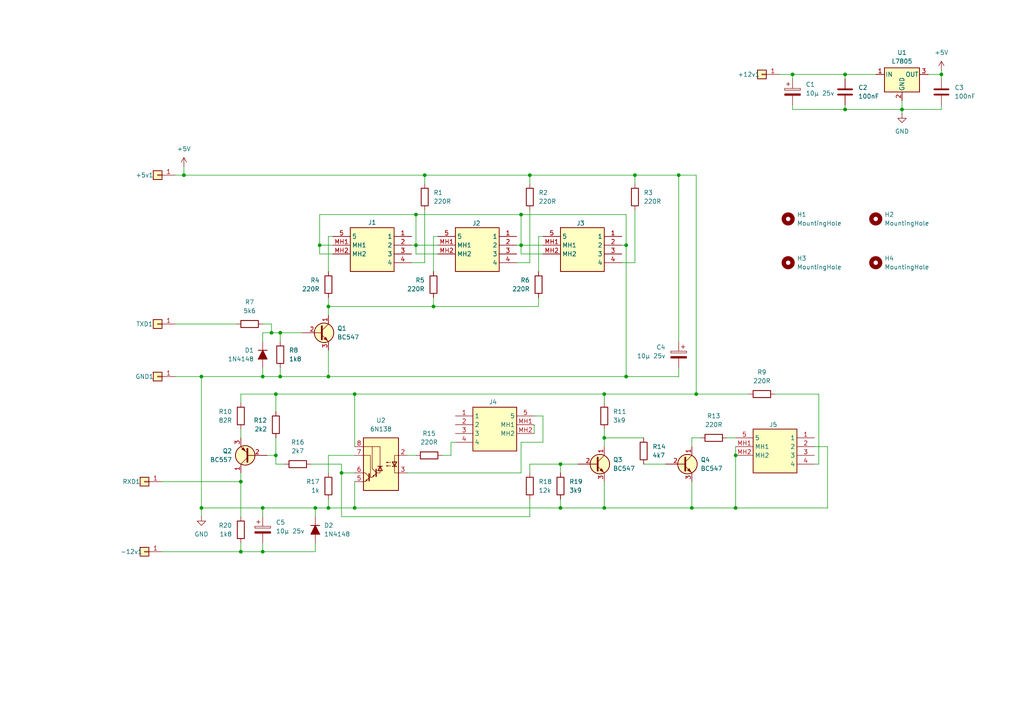
<source format=kicad_sch>
(kicad_sch (version 20250114) (generator "eeschema") (generator_version "9.0")
  (paper "A4")
  (lib_symbols
    (symbol "Connector_Generic:Conn_01x01" (pin_names (offset 1.016) (hide yes))
      (property "Reference" "J" (at 0 2.54 0))
      (property "Value" "Conn_01x01" (at 0 -2.54 0))
      (symbol "Conn_01x01_1_1"
        (rectangle (start -1.27 1.27) (end 1.27 -1.27) (stroke (width 0.254)) (fill (type background)))
        (rectangle (start -1.27 0.127) (end 0 -0.127) (stroke (width 0.1524)))
        (pin passive line (at -5.08 0 0) (length 3.81) (name "Pin_1") (number "1"))
      )
    )
    (symbol "Device:C" (pin_numbers (hide yes)) (pin_names (offset 0.254))
      (property "Reference" "C" (at 0.635 2.54 0))
      (property "Value" "C" (at 0.635 -2.54 0))
      (symbol "C_0_1"
        (polyline (pts (xy -2.032 0.762) (xy 2.032 0.762)) (stroke (width 0.508)))
        (polyline (pts (xy -2.032 -0.762) (xy 2.032 -0.762)) (stroke (width 0.508)))
      )
      (symbol "C_1_1"
        (pin passive line (at 0 3.81 270) (length 2.794) (name "~") (number "1"))
        (pin passive line (at 0 -3.81 90) (length 2.794) (name "~") (number "2"))
      )
    )
    (symbol "Device:C_Polarized" (pin_numbers (hide yes)) (pin_names (offset 0.254))
      (property "Reference" "C" (at 0.635 2.54 0))
      (property "Value" "C_Polarized" (at 0.635 -2.54 0))
      (symbol "C_Polarized_0_1"
        (rectangle (start -2.286 0.508) (end 2.286 1.016))
        (polyline (pts (xy -1.778 2.286) (xy -0.762 2.286)))
        (polyline (pts (xy -1.27 2.794) (xy -1.27 1.778)))
        (rectangle (start 2.286 -0.508) (end -2.286 -1.016) (fill (type outline)))
      )
      (symbol "C_Polarized_1_1"
        (pin passive line (at 0 3.81 270) (length 2.794) (name "~") (number "1"))
        (pin passive line (at 0 -3.81 90) (length 2.794) (name "~") (number "2"))
      )
    )
    (symbol "Device:R" (pin_numbers (hide yes)) (pin_names (offset 0))
      (property "Reference" "R" (at 2.032 0 90))
      (property "Value" "R" (at 0 0 90))
      (symbol "R_0_1"
        (rectangle (start -1.016 -2.54) (end 1.016 2.54) (stroke (width 0.254)))
      )
      (symbol "R_1_1"
        (pin passive line (at 0 3.81 270) (length 1.27) (name "~") (number "1"))
        (pin passive line (at 0 -3.81 90) (length 1.27) (name "~") (number "2"))
      )
    )
    (symbol "Isolator:6N138" (pin_names (offset 1.016) (hide yes))
      (property "Reference" "U" (at -4.064 8.89 0))
      (property "Value" "6N138" (at 2.286 8.89 0))
      (symbol "6N138_0_1"
        (rectangle (start -5.08 7.62) (end 5.08 -7.62) (stroke (width 0.254)) (fill (type background)))
        (polyline (pts (xy -5.08 -2.54) (xy -3.937 -2.54) (xy -3.937 2.54) (xy -5.08 2.54)))
        (polyline (pts (xy -4.572 -0.635) (xy -3.302 -0.635)) (stroke (width 0.254)))
        (polyline (pts (xy -3.937 -0.635) (xy -4.572 0.635) (xy -3.302 0.635) (xy -3.937 -0.635)) (stroke (width 0.254)))
        (polyline (pts (xy -2.794 0.508) (xy -1.524 0.508) (xy -1.905 0.381) (xy -1.905 0.635) (xy -1.524 0.508)))
        (polyline (pts (xy -2.794 -0.508) (xy -1.524 -0.508) (xy -1.905 -0.635) (xy -1.905 -0.381) (xy -1.524 -0.508)))
        (polyline (pts (xy 0.254 -0.635) (xy 0.889 -1.905) (xy -0.381 -1.905) (xy 0.254 -0.635)) (stroke (width 0.254)))
        (polyline (pts (xy 0.889 -0.635) (xy -0.381 -0.635)) (stroke (width 0.254)))
        (polyline (pts (xy 1.27 -2.54) (xy 0.254 -2.54) (xy 0.254 5.08) (xy 2.54 5.08)))
        (polyline (pts (xy 1.397 -1.524) (xy 1.397 -3.556) (xy 1.397 -3.556)) (stroke (width 0.3556)))
        (polyline (pts (xy 1.397 -2.413) (xy 2.54 -1.27)))
        (polyline (pts (xy 1.397 -2.667) (xy 2.54 -3.81)))
        (polyline (pts (xy 2.413 -3.683) (xy 2.159 -3.175) (xy 1.905 -3.429) (xy 2.413 -3.683)))
        (polyline (pts (xy 2.54 -1.27) (xy 2.54 5.08) (xy 5.08 5.08)))
        (polyline (pts (xy 2.54 -3.81) (xy 3.175 -3.81)))
        (polyline (pts (xy 3.429 -2.794) (xy 3.429 -4.826) (xy 3.429 -4.826)) (stroke (width 0.3556)))
        (polyline (pts (xy 3.429 -3.683) (xy 4.572 -2.54)))
        (polyline (pts (xy 3.429 -3.937) (xy 4.572 -5.08)))
        (polyline (pts (xy 4.445 -4.953) (xy 4.191 -4.445) (xy 3.937 -4.699) (xy 4.445 -4.953)))
        (polyline (pts (xy 4.572 -2.54) (xy 5.08 -2.54)))
        (polyline (pts (xy 4.572 -5.08) (xy 5.08 -5.08)))
        (polyline (pts (xy 5.08 2.54) (xy 3.048 2.54) (xy 3.048 -3.81)))
      )
      (symbol "6N138_1_1"
        (pin passive line (at -7.62 2.54 0) (length 2.54) (name "C1") (number "2"))
        (pin passive line (at -7.62 -2.54 0) (length 2.54) (name "C2") (number "3"))
        (pin no_connect line (at -5.08 5.08 0) (length 2.54) (hide yes) (name "NC") (number "1"))
        (pin no_connect line (at -5.08 -5.08 0) (length 2.54) (hide yes) (name "NC") (number "4"))
        (pin passive line (at 7.62 5.08 180) (length 2.54) (name "VCC") (number "8"))
        (pin passive line (at 7.62 2.54 180) (length 2.54) (name "VO1") (number "7"))
        (pin passive line (at 7.62 -2.54 180) (length 2.54) (name "VO2") (number "6"))
        (pin passive line (at 7.62 -5.08 180) (length 2.54) (name "GND") (number "5"))
      )
    )
    (symbol "KCDX-5S-N:KCDX-5S-N"
      (property "Reference" "J" (at 19.05 7.62 0))
      (property "Value" "KCDX-5S-N" (at 19.05 5.08 0))
      (symbol "KCDX-5S-N_1_1"
        (rectangle (start 5.08 2.54) (end 17.78 -10.16) (stroke (width 0.254)) (fill (type background)))
        (pin passive line (at 0 0 0) (length 5.08) (name "1") (number "1"))
        (pin passive line (at 0 -2.54 0) (length 5.08) (name "2") (number "2"))
        (pin passive line (at 0 -5.08 0) (length 5.08) (name "3") (number "3"))
        (pin passive line (at 0 -7.62 0) (length 5.08) (name "4") (number "4"))
        (pin passive line (at 22.86 0 180) (length 5.08) (name "5") (number "5"))
        (pin passive line (at 22.86 -2.54 180) (length 5.08) (name "MH1") (number "MH1"))
        (pin passive line (at 22.86 -5.08 180) (length 5.08) (name "MH2") (number "MH2"))
      )
    )
    (symbol "Mechanical:MountingHole" (pin_names (offset 1.016)) (in_bom no)
      (property "Reference" "H" (at 0 5.08 0))
      (property "Value" "MountingHole" (at 0 3.175 0))
      (symbol "MountingHole_0_1"
        (circle (center 0 0) (radius 1.27) (stroke (width 1.27)))
      )
    )
    (symbol "PCM_Diode_AKL:1N4148" (pin_numbers (hide yes)) (pin_names (offset 1.016) (hide yes))
      (property "Reference" "D" (at 0 5.08 0))
      (property "Value" "1N4148" (at 0 2.54 0))
      (symbol "1N4148_0_1"
        (polyline (pts (xy -1.27 1.27) (xy -1.27 -1.27) (xy 1.27 0) (xy -1.27 1.27)) (stroke (width 0.254)) (fill (type outline)))
        (polyline (pts (xy -1.27 0) (xy 1.27 0)))
        (polyline (pts (xy 1.27 1.27) (xy 1.27 -1.27)) (stroke (width 0.254)))
      )
      (symbol "1N4148_0_2"
        (polyline (pts (xy -2.54 -2.54) (xy 2.54 2.54)))
        (polyline (pts (xy -0.889 -0.889) (xy -1.778 0) (xy 0.889 0.889) (xy 0 -1.778) (xy -0.889 -0.889)) (stroke (width 0.254)) (fill (type outline)))
        (polyline (pts (xy 0 1.778) (xy 1.778 0)) (stroke (width 0.254)))
      )
      (symbol "1N4148_1_1"
        (pin passive line (at -3.81 0 0) (length 2.54) (name "A") (number "2"))
        (pin passive line (at 3.81 0 180) (length 2.54) (name "K") (number "1"))
      )
      (symbol "1N4148_1_2"
        (pin passive line (at -2.54 -2.54 0) (length 0) (name "A") (number "2"))
        (pin passive line (at 2.54 2.54 180) (length 0) (name "K") (number "1"))
      )
    )
    (symbol "PCM_Transistor_BJT_AKL:BC547" (pin_names (hide yes))
      (property "Reference" "Q" (at 5.08 1.27 0))
      (property "Value" "BC547" (at 5.08 -1.27 0))
      (symbol "BC547_0_1"
        (polyline (pts (xy 0.635 1.905) (xy 0.635 -1.905) (xy 0.635 -1.905)) (stroke (width 0.508)))
        (polyline (pts (xy 0.635 0.635) (xy 2.54 2.54)))
        (polyline (pts (xy 0.635 -0.635) (xy 2.54 -2.54) (xy 2.54 -2.54)))
        (circle (center 1.27 0) (radius 2.8194) (stroke (width 0.254)) (fill (type background)))
        (polyline (pts (xy 1.27 -1.778) (xy 1.778 -1.27) (xy 2.286 -2.286) (xy 1.27 -1.778) (xy 1.27 -1.778)) (fill (type outline)))
      )
      (symbol "BC547_1_1"
        (pin input line (at -5.08 0 0) (length 5.715) (name "B") (number "2"))
        (pin passive line (at 2.54 5.08 270) (length 2.54) (name "C") (number "1"))
        (pin passive line (at 2.54 -5.08 90) (length 2.54) (name "E") (number "3"))
      )
    )
    (symbol "PCM_Transistor_BJT_AKL:BC557" (pin_names (hide yes))
      (property "Reference" "Q" (at 5.08 1.27 0))
      (property "Value" "BC557" (at 5.08 -1.27 0))
      (symbol "BC557_0_1"
        (polyline (pts (xy 0.635 0.635) (xy 2.54 2.54) (xy 2.54 2.54)))
        (polyline (pts (xy 0.635 -0.635) (xy 2.54 -2.54)))
        (polyline (pts (xy 0.635 -1.905) (xy 0.635 1.905) (xy 0.635 1.905)) (stroke (width 0.508)))
        (circle (center 1.27 0) (radius 2.8194) (stroke (width 0.254)) (fill (type background)))
        (polyline (pts (xy 2.286 1.778) (xy 1.778 2.286) (xy 1.27 1.27) (xy 2.286 1.778) (xy 2.286 1.778)) (fill (type outline)))
      )
      (symbol "BC557_1_1"
        (pin input line (at -5.08 0 0) (length 5.715) (name "B") (number "2"))
        (pin passive line (at 2.54 5.08 270) (length 2.54) (name "E") (number "3"))
        (pin passive line (at 2.54 -5.08 90) (length 2.54) (name "C") (number "1"))
      )
    )
    (symbol "Regulator_Linear:L7805" (pin_names (offset 0.254))
      (property "Reference" "U" (at -3.81 3.175 0))
      (property "Value" "L7805" (at 0 3.175 0))
      (symbol "L7805_0_1"
        (rectangle (start -5.08 1.905) (end 5.08 -5.08) (stroke (width 0.254)) (fill (type background)))
      )
      (symbol "L7805_1_1"
        (pin power_in line (at -7.62 0 0) (length 2.54) (name "IN") (number "1"))
        (pin power_in line (at 0 -7.62 90) (length 2.54) (name "GND") (number "2"))
        (pin power_out line (at 7.62 0 180) (length 2.54) (name "OUT") (number "3"))
      )
    )
    (symbol "power:+5V" (power) (pin_numbers (hide yes)) (pin_names (offset 0) (hide yes))
      (property "Value" "+5V" (at 0 3.556 0))
      (symbol "+5V_0_1"
        (polyline (pts (xy -0.762 1.27) (xy 0 2.54)))
        (polyline (pts (xy 0 2.54) (xy 0.762 1.27)))
        (polyline (pts (xy 0 0) (xy 0 2.54)))
      )
      (symbol "+5V_1_1"
        (pin power_in line (at 0 0 90) (length 0) (name "~") (number "1"))
      )
    )
    (symbol "power:GND" (power) (pin_numbers (hide yes)) (pin_names (offset 0) (hide yes))
      (property "Value" "GND" (at 0 -3.81 0))
      (symbol "GND_0_1"
        (polyline (pts (xy 0 0) (xy 0 -1.27) (xy 1.27 -1.27) (xy 0 -2.54) (xy -1.27 -1.27) (xy 0 -1.27)))
      )
      (symbol "GND_1_1"
        (pin power_in line (at 0 0 270) (length 0) (name "~") (number "1"))
      )
    )
  )
  (junction (at 91.44 147.32))
  (junction (at 181.61 109.22))
  (junction (at 153.67 50.8))
  (junction (at 125.73 88.9))
  (junction (at 120.65 62.23))
  (junction (at 120.65 71.12))
  (junction (at 175.26 114.3))
  (junction (at 184.15 50.8))
  (junction (at 99.06 137.16))
  (junction (at 58.42 109.22))
  (junction (at 81.28 96.52))
  (junction (at 81.28 109.22))
  (junction (at 151.13 71.12))
  (junction (at 213.36 132.08))
  (junction (at 261.62 31.75))
  (junction (at 213.36 147.32))
  (junction (at 196.85 50.8))
  (junction (at 95.25 109.22))
  (junction (at 175.26 127))
  (junction (at 80.01 114.3))
  (junction (at 95.25 147.32))
  (junction (at 200.66 147.32))
  (junction (at 95.25 88.9))
  (junction (at 92.71 71.12))
  (junction (at 102.87 147.32))
  (junction (at 69.85 160.02))
  (junction (at 53.34 50.8))
  (junction (at 78.74 96.52))
  (junction (at 273.05 21.59))
  (junction (at 175.26 147.32))
  (junction (at 245.11 31.75))
  (junction (at 229.87 21.59))
  (junction (at 151.13 62.23))
  (junction (at 58.42 147.32))
  (junction (at 162.56 134.62))
  (junction (at 76.2 109.22))
  (junction (at 201.93 114.3))
  (junction (at 181.61 71.12))
  (junction (at 76.2 147.32))
  (junction (at 76.2 160.02))
  (junction (at 162.56 147.32))
  (junction (at 123.19 50.8))
  (junction (at 80.01 132.08))
  (junction (at 69.85 139.7))
  (junction (at 102.87 114.3))
  (junction (at 245.11 21.59))
  (wire (pts (xy 151.13 137.16) (xy 151.13 128.27)))
  (wire (pts (xy 184.15 53.34) (xy 184.15 50.8)))
  (wire (pts (xy 213.36 129.54) (xy 213.36 132.08)))
  (wire (pts (xy 240.03 129.54) (xy 240.03 147.32)))
  (wire (pts (xy 184.15 60.96) (xy 184.15 76.2)))
  (wire (pts (xy 229.87 30.48) (xy 229.87 31.75)))
  (wire (pts (xy 102.87 147.32) (xy 95.25 147.32)))
  (wire (pts (xy 196.85 50.8) (xy 196.85 99.06)))
  (wire (pts (xy 81.28 109.22) (xy 76.2 109.22)))
  (wire (pts (xy 123.19 50.8) (xy 153.67 50.8)))
  (wire (pts (xy 245.11 30.48) (xy 245.11 31.75)))
  (wire (pts (xy 81.28 96.52) (xy 78.74 96.52)))
  (wire (pts (xy 91.44 160.02) (xy 76.2 160.02)))
  (wire (pts (xy 95.25 144.78) (xy 95.25 147.32)))
  (wire (pts (xy 120.65 71.12) (xy 127 71.12)))
  (wire (pts (xy 102.87 114.3) (xy 175.26 114.3)))
  (wire (pts (xy 156.21 68.58) (xy 157.48 68.58)))
  (wire (pts (xy 273.05 30.48) (xy 273.05 31.75)))
  (wire (pts (xy 92.71 73.66) (xy 92.71 71.12)))
  (wire (pts (xy 95.25 109.22) (xy 181.61 109.22)))
  (wire (pts (xy 80.01 114.3) (xy 80.01 119.38)))
  (wire (pts (xy 200.66 127) (xy 203.2 127)))
  (wire (pts (xy 127 73.66) (xy 120.65 73.66)))
  (wire (pts (xy 236.22 129.54) (xy 240.03 129.54)))
  (wire (pts (xy 236.22 134.62) (xy 237.49 134.62)))
  (wire (pts (xy 125.73 86.36) (xy 125.73 88.9)))
  (wire (pts (xy 76.2 96.52) (xy 76.2 99.06)))
  (wire (pts (xy 181.61 62.23) (xy 181.61 71.12)))
  (wire (pts (xy 261.62 31.75) (xy 273.05 31.75)))
  (wire (pts (xy 213.36 147.32) (xy 240.03 147.32)))
  (wire (pts (xy 128.27 132.08) (xy 130.81 132.08)))
  (wire (pts (xy 80.01 132.08) (xy 80.01 134.62)))
  (wire (pts (xy 157.48 128.27) (xy 157.48 120.65)))
  (wire (pts (xy 180.34 76.2) (xy 184.15 76.2)))
  (wire (pts (xy 201.93 114.3) (xy 217.17 114.3)))
  (wire (pts (xy 46.99 139.7) (xy 69.85 139.7)))
  (wire (pts (xy 92.71 71.12) (xy 92.71 62.23)))
  (wire (pts (xy 237.49 134.62) (xy 237.49 114.3)))
  (wire (pts (xy 175.26 127) (xy 175.26 129.54)))
  (wire (pts (xy 91.44 147.32) (xy 91.44 149.86)))
  (wire (pts (xy 81.28 96.52) (xy 81.28 99.06)))
  (wire (pts (xy 156.21 78.74) (xy 156.21 68.58)))
  (wire (pts (xy 102.87 139.7) (xy 102.87 147.32)))
  (wire (pts (xy 184.15 50.8) (xy 196.85 50.8)))
  (wire (pts (xy 76.2 109.22) (xy 76.2 106.68)))
  (wire (pts (xy 149.86 76.2) (xy 153.67 76.2)))
  (wire (pts (xy 162.56 134.62) (xy 162.56 137.16)))
  (wire (pts (xy 153.67 50.8) (xy 184.15 50.8)))
  (wire (pts (xy 92.71 62.23) (xy 120.65 62.23)))
  (wire (pts (xy 153.67 137.16) (xy 153.67 134.62)))
  (wire (pts (xy 181.61 109.22) (xy 196.85 109.22)))
  (wire (pts (xy 99.06 134.62) (xy 99.06 137.16)))
  (wire (pts (xy 269.24 21.59) (xy 273.05 21.59)))
  (wire (pts (xy 120.65 71.12) (xy 120.65 73.66)))
  (wire (pts (xy 224.79 114.3) (xy 237.49 114.3)))
  (wire (pts (xy 175.26 147.32) (xy 162.56 147.32)))
  (wire (pts (xy 95.25 101.6) (xy 95.25 109.22)))
  (wire (pts (xy 120.65 62.23) (xy 151.13 62.23)))
  (wire (pts (xy 154.94 120.65) (xy 157.48 120.65)))
  (wire (pts (xy 119.38 76.2) (xy 123.19 76.2)))
  (wire (pts (xy 92.71 71.12) (xy 96.52 71.12)))
  (wire (pts (xy 261.62 31.75) (xy 261.62 33.02)))
  (wire (pts (xy 125.73 88.9) (xy 156.21 88.9)))
  (wire (pts (xy 157.48 73.66) (xy 151.13 73.66)))
  (wire (pts (xy 78.74 96.52) (xy 76.2 96.52)))
  (wire (pts (xy 162.56 144.78) (xy 162.56 147.32)))
  (wire (pts (xy 196.85 106.68) (xy 196.85 109.22)))
  (wire (pts (xy 58.42 147.32) (xy 58.42 149.86)))
  (wire (pts (xy 201.93 50.8) (xy 201.93 114.3)))
  (wire (pts (xy 69.85 139.7) (xy 69.85 149.86)))
  (wire (pts (xy 95.25 132.08) (xy 95.25 137.16)))
  (wire (pts (xy 229.87 31.75) (xy 245.11 31.75)))
  (wire (pts (xy 213.36 132.08) (xy 213.36 147.32)))
  (wire (pts (xy 76.2 93.98) (xy 78.74 93.98)))
  (wire (pts (xy 50.8 93.98) (xy 68.58 93.98)))
  (wire (pts (xy 69.85 157.48) (xy 69.85 160.02)))
  (wire (pts (xy 76.2 147.32) (xy 76.2 149.86)))
  (wire (pts (xy 156.21 86.36) (xy 156.21 88.9)))
  (wire (pts (xy 175.26 139.7) (xy 175.26 147.32)))
  (wire (pts (xy 77.47 132.08) (xy 80.01 132.08)))
  (wire (pts (xy 69.85 114.3) (xy 69.85 116.84)))
  (wire (pts (xy 123.19 50.8) (xy 123.19 53.34)))
  (wire (pts (xy 58.42 147.32) (xy 58.42 109.22)))
  (wire (pts (xy 229.87 22.86) (xy 229.87 21.59)))
  (wire (pts (xy 151.13 71.12) (xy 157.48 71.12)))
  (wire (pts (xy 90.17 134.62) (xy 99.06 134.62)))
  (wire (pts (xy 58.42 147.32) (xy 76.2 147.32)))
  (wire (pts (xy 153.67 144.78) (xy 153.67 149.86)))
  (wire (pts (xy 261.62 29.21) (xy 261.62 31.75)))
  (wire (pts (xy 99.06 149.86) (xy 99.06 137.16)))
  (wire (pts (xy 102.87 114.3) (xy 102.87 129.54)))
  (wire (pts (xy 151.13 71.12) (xy 151.13 62.23)))
  (wire (pts (xy 80.01 114.3) (xy 102.87 114.3)))
  (wire (pts (xy 69.85 137.16) (xy 69.85 139.7)))
  (wire (pts (xy 201.93 50.8) (xy 196.85 50.8)))
  (wire (pts (xy 125.73 78.74) (xy 125.73 68.58)))
  (wire (pts (xy 210.82 127) (xy 213.36 127)))
  (wire (pts (xy 102.87 137.16) (xy 99.06 137.16)))
  (wire (pts (xy 78.74 96.52) (xy 78.74 93.98)))
  (wire (pts (xy 149.86 71.12) (xy 151.13 71.12)))
  (wire (pts (xy 95.25 78.74) (xy 95.25 68.58)))
  (wire (pts (xy 153.67 50.8) (xy 153.67 53.34)))
  (wire (pts (xy 186.69 134.62) (xy 193.04 134.62)))
  (wire (pts (xy 175.26 127) (xy 186.69 127)))
  (wire (pts (xy 76.2 160.02) (xy 69.85 160.02)))
  (wire (pts (xy 80.01 127) (xy 80.01 132.08)))
  (wire (pts (xy 46.99 160.02) (xy 69.85 160.02)))
  (wire (pts (xy 154.94 123.19) (xy 154.94 125.73)))
  (wire (pts (xy 245.11 21.59) (xy 254 21.59)))
  (wire (pts (xy 120.65 71.12) (xy 120.65 62.23)))
  (wire (pts (xy 96.52 73.66) (xy 92.71 73.66)))
  (wire (pts (xy 82.55 134.62) (xy 80.01 134.62)))
  (wire (pts (xy 69.85 114.3) (xy 80.01 114.3)))
  (wire (pts (xy 95.25 68.58) (xy 96.52 68.58)))
  (wire (pts (xy 125.73 68.58) (xy 127 68.58)))
  (wire (pts (xy 95.25 109.22) (xy 81.28 109.22)))
  (wire (pts (xy 50.8 50.8) (xy 53.34 50.8)))
  (wire (pts (xy 130.81 132.08) (xy 130.81 128.27)))
  (wire (pts (xy 181.61 71.12) (xy 181.61 109.22)))
  (wire (pts (xy 153.67 60.96) (xy 153.67 76.2)))
  (wire (pts (xy 91.44 157.48) (xy 91.44 160.02)))
  (wire (pts (xy 200.66 139.7) (xy 200.66 147.32)))
  (wire (pts (xy 95.25 86.36) (xy 95.25 88.9)))
  (wire (pts (xy 81.28 106.68) (xy 81.28 109.22)))
  (wire (pts (xy 151.13 62.23) (xy 181.61 62.23)))
  (wire (pts (xy 87.63 96.52) (xy 81.28 96.52)))
  (wire (pts (xy 226.06 21.59) (xy 229.87 21.59)))
  (wire (pts (xy 76.2 157.48) (xy 76.2 160.02)))
  (wire (pts (xy 58.42 109.22) (xy 76.2 109.22)))
  (wire (pts (xy 175.26 124.46) (xy 175.26 127)))
  (wire (pts (xy 53.34 48.26) (xy 53.34 50.8)))
  (wire (pts (xy 119.38 71.12) (xy 120.65 71.12)))
  (wire (pts (xy 118.11 132.08) (xy 120.65 132.08)))
  (wire (pts (xy 76.2 147.32) (xy 91.44 147.32)))
  (wire (pts (xy 200.66 129.54) (xy 200.66 127)))
  (wire (pts (xy 245.11 21.59) (xy 245.11 22.86)))
  (wire (pts (xy 153.67 149.86) (xy 99.06 149.86)))
  (wire (pts (xy 50.8 109.22) (xy 58.42 109.22)))
  (wire (pts (xy 95.25 88.9) (xy 95.25 91.44)))
  (wire (pts (xy 200.66 147.32) (xy 175.26 147.32)))
  (wire (pts (xy 151.13 128.27) (xy 157.48 128.27)))
  (wire (pts (xy 162.56 134.62) (xy 167.64 134.62)))
  (wire (pts (xy 53.34 50.8) (xy 123.19 50.8)))
  (wire (pts (xy 200.66 147.32) (xy 213.36 147.32)))
  (wire (pts (xy 102.87 132.08) (xy 95.25 132.08)))
  (wire (pts (xy 91.44 147.32) (xy 95.25 147.32)))
  (wire (pts (xy 229.87 21.59) (xy 245.11 21.59)))
  (wire (pts (xy 273.05 21.59) (xy 273.05 22.86)))
  (wire (pts (xy 95.25 88.9) (xy 125.73 88.9)))
  (wire (pts (xy 130.81 128.27) (xy 132.08 128.27)))
  (wire (pts (xy 153.67 134.62) (xy 162.56 134.62)))
  (wire (pts (xy 118.11 137.16) (xy 151.13 137.16)))
  (wire (pts (xy 180.34 71.12) (xy 181.61 71.12)))
  (wire (pts (xy 162.56 147.32) (xy 102.87 147.32)))
  (wire (pts (xy 175.26 114.3) (xy 175.26 116.84)))
  (wire (pts (xy 273.05 20.32) (xy 273.05 21.59)))
  (wire (pts (xy 69.85 124.46) (xy 69.85 127)))
  (wire (pts (xy 151.13 73.66) (xy 151.13 71.12)))
  (wire (pts (xy 123.19 60.96) (xy 123.19 76.2)))
  (wire (pts (xy 245.11 31.75) (xy 261.62 31.75)))
  (wire (pts (xy 175.26 114.3) (xy 201.93 114.3)))
  (symbol (lib_id "PCM_Diode_AKL:1N4148") (at 76.2 102.87 90) (unit 1)
    (property "Reference" "D1" (at 73.66 101.5999 90) (effects (justify left)))
    (property "Value" "1N4148" (at 73.66 104.1399 90) (effects (justify left)))
    (property "Footprint" "Diode_THT:D_DO-35_SOD27_P10.16mm_Horizontal" (effects (hide yes)))
    (property "Datasheet" "https://datasheet.octopart.com/1N4148TR-ON-Semiconductor-datasheet-42765246.pdf" (effects (hide yes)))
    (property "Description" "DO-35 Diode, Small Signal, Fast Switching, 75V, 150mA, 4ns, Alternate KiCad Library" (effects (hide yes)))
  )
  (symbol (lib_id "KCDX-5S-N:KCDX-5S-N") (at 180.34 68.58 0) (mirror y) (unit 1)
    (property "Reference" "J3" (at 168.402 64.77 0))
    (property "Value" "DIN-5_180degree" (effects (hide yes)))
    (property "Footprint" "KCDX-5S-N:KCDX5SN" (effects (hide yes)))
    (property "Datasheet" "http://www.kycon.com/Pub_Eng_Draw/KCDX-5S-N.pdf" (effects (hide yes)))
    (property "Description" "Circular DIN Connectors 5P R/A PCB NON SHLD 10mm CIRC DIN RECPT" (effects (hide yes)))
    (property "Height" "19.5" (effects (hide yes)))
    (property "Mouser Part Number" "806-KCDX-5S-N" (effects (hide yes)))
    (property "Mouser Price/Stock" "https://www.mouser.co.uk/ProductDetail/Kycon/KCDX-5S-N?qs=uMQTibCNu0QKDGeRAj6hLg%3D%3D" (effects (hide yes)))
    (property "Manufacturer_Name" "Kycon" (effects (hide yes)))
    (property "Manufacturer_Part_Number" "KCDX-5S-N" (effects (hide yes)))
  )
  (symbol (lib_id "Device:R") (at 184.15 57.15 0) (unit 1)
    (property "Reference" "R3" (at 186.69 55.8799 0) (effects (justify left)))
    (property "Value" "220R" (at 186.69 58.4199 0) (effects (justify left)))
    (property "Footprint" "PCM_Resistor_THT_AKL:R_Axial_DIN0207_L6.3mm_D2.5mm_P10.16mm_Horizontal" (effects (hide yes)))
    (property "Description" "Resistor" (effects (hide yes)))
  )
  (symbol (lib_id "Mechanical:MountingHole") (at 228.6 76.2 0) (unit 1) (in_bom no)
    (property "Reference" "H3" (at 231.14 74.9299 0) (effects (justify left)))
    (property "Value" "MountingHole" (at 231.14 77.4699 0) (effects (justify left)))
    (property "Footprint" "MountingHole:MountingHole_3.2mm_M3" (effects (hide yes)))
    (property "Description" "Mounting Hole without connection" (effects (hide yes)))
  )
  (symbol (lib_id "PCM_Diode_AKL:1N4148") (at 91.44 153.67 270) (mirror x) (unit 1)
    (property "Reference" "D2" (at 93.98 152.3999 90) (effects (justify left)))
    (property "Value" "1N4148" (at 93.98 154.9399 90) (effects (justify left)))
    (property "Footprint" "Diode_THT:D_DO-35_SOD27_P10.16mm_Horizontal" (effects (hide yes)))
    (property "Datasheet" "https://datasheet.octopart.com/1N4148TR-ON-Semiconductor-datasheet-42765246.pdf" (effects (hide yes)))
    (property "Description" "DO-35 Diode, Small Signal, Fast Switching, 75V, 150mA, 4ns, Alternate KiCad Library" (effects (hide yes)))
  )
  (symbol (lib_id "Device:C") (at 273.05 26.67 0) (unit 1)
    (property "Reference" "C3" (at 276.86 25.3999 0) (effects (justify left)))
    (property "Value" "100nF" (at 276.86 27.9399 0) (effects (justify left)))
    (property "Footprint" "Capacitor_THT:C_Rect_L4.0mm_W2.5mm_P2.50mm" (effects (hide yes)))
    (property "Description" "Unpolarized capacitor" (effects (hide yes)))
  )
  (symbol (lib_id "PCM_Transistor_BJT_AKL:BC547") (at 172.72 134.62 0) (unit 1)
    (property "Reference" "Q3" (at 177.8 133.3499 0) (effects (justify left)))
    (property "Value" "BC547" (at 177.8 135.8899 0) (effects (justify left)))
    (property "Footprint" "PCM_Package_TO_SOT_THT_AKL:TO-92_Inline_Wide_CBE" (effects (hide yes)))
    (property "Datasheet" "https://www.tme.eu/Document/6c5d898a533a0762c2bc33eb26c283a8/BC546-550-DTE.pdf" (effects (hide yes)))
    (property "Description" "NPN TO-92 transistor, 45V, 100mA, 500mW, Complementary to BC557, Alternate KiCAD Library" (effects (hide yes)))
  )
  (symbol (lib_id "Device:R") (at 153.67 57.15 0) (unit 1)
    (property "Reference" "R2" (at 156.21 55.8799 0) (effects (justify left)))
    (property "Value" "220R" (at 156.21 58.4199 0) (effects (justify left)))
    (property "Footprint" "PCM_Resistor_THT_AKL:R_Axial_DIN0207_L6.3mm_D2.5mm_P10.16mm_Horizontal" (effects (hide yes)))
    (property "Description" "Resistor" (effects (hide yes)))
  )
  (symbol (lib_id "power:GND") (at 261.62 33.02 0) (unit 1)
    (property "Reference" "#PWR02" (effects (hide yes)))
    (property "Value" "GND" (at 261.62 38.1 0))
    (property "Description" "Power symbol creates a global label with name \"GND\" , ground" (effects (hide yes)))
  )
  (symbol (lib_id "Device:R") (at 123.19 57.15 0) (unit 1)
    (property "Reference" "R1" (at 125.73 55.8799 0) (effects (justify left)))
    (property "Value" "220R" (at 125.73 58.4199 0) (effects (justify left)))
    (property "Footprint" "PCM_Resistor_THT_AKL:R_Axial_DIN0207_L6.3mm_D2.5mm_P10.16mm_Horizontal" (effects (hide yes)))
    (property "Description" "Resistor" (effects (hide yes)))
  )
  (symbol (lib_id "Mechanical:MountingHole") (at 254 63.5 0) (unit 1) (in_bom no)
    (property "Reference" "H2" (at 256.54 62.2299 0) (effects (justify left)))
    (property "Value" "MountingHole" (at 256.54 64.7699 0) (effects (justify left)))
    (property "Footprint" "MountingHole:MountingHole_3.2mm_M3" (effects (hide yes)))
    (property "Description" "Mounting Hole without connection" (effects (hide yes)))
  )
  (symbol (lib_id "Device:R") (at 81.28 102.87 0) (unit 1)
    (property "Reference" "R8" (at 83.82 101.5999 0) (effects (justify left)))
    (property "Value" "1k8" (at 83.82 104.1399 0) (effects (justify left)))
    (property "Footprint" "PCM_Resistor_THT_AKL:R_Axial_DIN0207_L6.3mm_D2.5mm_P10.16mm_Horizontal" (effects (hide yes)))
    (property "Description" "Resistor" (effects (hide yes)))
  )
  (symbol (lib_id "Connector_Generic:Conn_01x01") (at 45.72 109.22 0) (mirror y) (unit 1)
    (property "Reference" "GND1" (at 41.91 109.22 0))
    (property "Value" "Conn_01x01" (effects (hide yes)))
    (property "Footprint" "Connector_Wire:SolderWire-1.5sqmm_1x01_D1.7mm_OD3.9mm" (effects (hide yes)))
    (property "Description" "Generic connector, single row, 01x01, script generated (kicad-library-utils/schlib/autogen/connector/)" (effects (hide yes)))
  )
  (symbol (lib_id "Device:R") (at 69.85 153.67 0) (mirror x) (unit 1)
    (property "Reference" "R20" (at 67.31 152.3999 0) (effects (justify right)))
    (property "Value" "1k8" (at 67.31 154.9399 0) (effects (justify right)))
    (property "Footprint" "PCM_Resistor_THT_AKL:R_Axial_DIN0207_L6.3mm_D2.5mm_P10.16mm_Horizontal" (effects (hide yes)))
    (property "Description" "Resistor" (effects (hide yes)))
  )
  (symbol (lib_id "Device:R") (at 69.85 120.65 0) (mirror x) (unit 1)
    (property "Reference" "R10" (at 67.31 119.3799 0) (effects (justify right)))
    (property "Value" "82R" (at 67.31 121.9199 0) (effects (justify right)))
    (property "Footprint" "PCM_Resistor_THT_AKL:R_Axial_DIN0207_L6.3mm_D2.5mm_P10.16mm_Horizontal" (effects (hide yes)))
    (property "Description" "Resistor" (effects (hide yes)))
  )
  (symbol (lib_id "Device:R") (at 186.69 130.81 0) (unit 1)
    (property "Reference" "R14" (at 189.23 129.5399 0) (effects (justify left)))
    (property "Value" "4k7" (at 189.23 132.0799 0) (effects (justify left)))
    (property "Footprint" "PCM_Resistor_THT_AKL:R_Axial_DIN0207_L6.3mm_D2.5mm_P10.16mm_Horizontal" (effects (hide yes)))
    (property "Description" "Resistor" (effects (hide yes)))
  )
  (symbol (lib_id "Mechanical:MountingHole") (at 228.6 63.5 0) (unit 1) (in_bom no)
    (property "Reference" "H1" (at 231.14 62.2299 0) (effects (justify left)))
    (property "Value" "MountingHole" (at 231.14 64.7699 0) (effects (justify left)))
    (property "Footprint" "MountingHole:MountingHole_3.2mm_M3" (effects (hide yes)))
    (property "Description" "Mounting Hole without connection" (effects (hide yes)))
  )
  (symbol (lib_id "Device:R") (at 72.39 93.98 270) (unit 1)
    (property "Reference" "R7" (at 72.39 87.63 90))
    (property "Value" "5k6" (at 72.39 90.17 90))
    (property "Footprint" "PCM_Resistor_THT_AKL:R_Axial_DIN0207_L6.3mm_D2.5mm_P10.16mm_Horizontal" (effects (hide yes)))
    (property "Description" "Resistor" (effects (hide yes)))
  )
  (symbol (lib_id "Device:C_Polarized") (at 76.2 153.67 0) (unit 1)
    (property "Reference" "C5" (at 80.01 151.5109 0) (effects (justify left)))
    (property "Value" "10µ 25v" (at 80.01 154.0509 0) (effects (justify left)))
    (property "Footprint" "Capacitor_THT:CP_Radial_D5.0mm_P2.00mm" (effects (hide yes)))
    (property "Description" "Polarized capacitor" (effects (hide yes)))
  )
  (symbol (lib_id "Connector_Generic:Conn_01x01") (at 41.91 160.02 0) (mirror y) (unit 1)
    (property "Reference" "-12v1" (at 38.1 160.02 0))
    (property "Value" "Conn_01x01" (effects (hide yes)))
    (property "Footprint" "Connector_Wire:SolderWire-1.5sqmm_1x01_D1.7mm_OD3.9mm" (effects (hide yes)))
    (property "Description" "Generic connector, single row, 01x01, script generated (kicad-library-utils/schlib/autogen/connector/)" (effects (hide yes)))
  )
  (symbol (lib_id "Connector_Generic:Conn_01x01") (at 45.72 93.98 0) (mirror y) (unit 1)
    (property "Reference" "TXD1" (at 41.91 93.98 0))
    (property "Value" "Conn_01x01" (effects (hide yes)))
    (property "Footprint" "Connector_Wire:SolderWire-1.5sqmm_1x01_D1.7mm_OD3.9mm" (effects (hide yes)))
    (property "Description" "Generic connector, single row, 01x01, script generated (kicad-library-utils/schlib/autogen/connector/)" (effects (hide yes)))
  )
  (symbol (lib_id "Device:R") (at 80.01 123.19 0) (mirror x) (unit 1)
    (property "Reference" "R12" (at 77.47 121.9199 0) (effects (justify right)))
    (property "Value" "2k2" (at 77.47 124.4599 0) (effects (justify right)))
    (property "Footprint" "PCM_Resistor_THT_AKL:R_Axial_DIN0207_L6.3mm_D2.5mm_P10.16mm_Horizontal" (effects (hide yes)))
    (property "Description" "Resistor" (effects (hide yes)))
  )
  (symbol (lib_id "Device:R") (at 207.01 127 90) (unit 1)
    (property "Reference" "R13" (at 207.01 120.65 90))
    (property "Value" "220R" (at 207.01 123.19 90))
    (property "Footprint" "PCM_Resistor_THT_AKL:R_Axial_DIN0207_L6.3mm_D2.5mm_P10.16mm_Horizontal" (effects (hide yes)))
    (property "Description" "Resistor" (effects (hide yes)))
  )
  (symbol (lib_id "Device:R") (at 220.98 114.3 90) (unit 1)
    (property "Reference" "R9" (at 220.98 107.95 90))
    (property "Value" "220R" (at 220.98 110.49 90))
    (property "Footprint" "PCM_Resistor_THT_AKL:R_Axial_DIN0207_L6.3mm_D2.5mm_P10.16mm_Horizontal" (effects (hide yes)))
    (property "Description" "Resistor" (effects (hide yes)))
  )
  (symbol (lib_id "PCM_Transistor_BJT_AKL:BC547") (at 198.12 134.62 0) (unit 1)
    (property "Reference" "Q4" (at 203.2 133.3499 0) (effects (justify left)))
    (property "Value" "BC547" (at 203.2 135.8899 0) (effects (justify left)))
    (property "Footprint" "PCM_Package_TO_SOT_THT_AKL:TO-92_Inline_Wide_CBE" (effects (hide yes)))
    (property "Datasheet" "https://www.tme.eu/Document/6c5d898a533a0762c2bc33eb26c283a8/BC546-550-DTE.pdf" (effects (hide yes)))
    (property "Description" "NPN TO-92 transistor, 45V, 100mA, 500mW, Complementary to BC557, Alternate KiCAD Library" (effects (hide yes)))
  )
  (symbol (lib_id "PCM_Transistor_BJT_AKL:BC557") (at 72.39 132.08 0) (mirror y) (unit 1)
    (property "Reference" "Q2" (at 67.31 130.8099 0) (effects (justify left)))
    (property "Value" "BC557" (at 67.31 133.3499 0) (effects (justify left)))
    (property "Footprint" "Package_TO_SOT_THT:TO-92_Inline" (effects (hide yes)))
    (property "Datasheet" "https://www.tme.eu/Document/19c3b49670dc51eab7374dcc2c4f9200/BC556-BC560.pdf" (effects (hide yes)))
    (property "Description" "PNP TO-92 transistor, 45V, 100mA, 500mW, Complementary to BC547, Alternate KiCAD Library" (effects (hide yes)))
  )
  (symbol (lib_id "KCDX-5S-N:KCDX-5S-N") (at 132.08 120.65 0) (unit 1)
    (property "Reference" "J4" (at 143.002 116.586 0))
    (property "Value" "DIN-5_180degree" (effects (hide yes)))
    (property "Footprint" "KCDX-5S-N:KCDX5SN" (effects (hide yes)))
    (property "Datasheet" "http://www.kycon.com/Pub_Eng_Draw/KCDX-5S-N.pdf" (effects (hide yes)))
    (property "Description" "Circular DIN Connectors 5P R/A PCB NON SHLD 10mm CIRC DIN RECPT" (effects (hide yes)))
  )
  (symbol (lib_id "Connector_Generic:Conn_01x01") (at 45.72 50.8 0) (mirror y) (unit 1)
    (property "Reference" "+5v1" (at 41.91 50.8 0))
    (property "Value" "Conn_01x01" (effects (hide yes)))
    (property "Footprint" "Connector_Wire:SolderWire-1.5sqmm_1x01_D1.7mm_OD3.9mm" (effects (hide yes)))
    (property "Description" "Generic connector, single row, 01x01, script generated (kicad-library-utils/schlib/autogen/connector/)" (effects (hide yes)))
  )
  (symbol (lib_id "power:+5V") (at 273.05 20.32 0) (unit 1)
    (property "Reference" "#PWR01" (effects (hide yes)))
    (property "Value" "+5V" (at 273.05 15.24 0))
    (property "Description" "Power symbol creates a global label with name \"+5V\"" (effects (hide yes)))
  )
  (symbol (lib_id "Device:R") (at 156.21 82.55 0) (mirror y) (unit 1)
    (property "Reference" "R6" (at 153.67 81.2799 0) (effects (justify left)))
    (property "Value" "220R" (at 153.67 83.8199 0) (effects (justify left)))
    (property "Footprint" "PCM_Resistor_THT_AKL:R_Axial_DIN0207_L6.3mm_D2.5mm_P10.16mm_Horizontal" (effects (hide yes)))
    (property "Description" "Resistor" (effects (hide yes)))
  )
  (symbol (lib_id "Device:R") (at 162.56 140.97 0) (unit 1)
    (property "Reference" "R19" (at 165.1 139.6999 0) (effects (justify left)))
    (property "Value" "3k9" (at 165.1 142.2399 0) (effects (justify left)))
    (property "Footprint" "PCM_Resistor_THT_AKL:R_Axial_DIN0207_L6.3mm_D2.5mm_P10.16mm_Horizontal" (effects (hide yes)))
    (property "Description" "Resistor" (effects (hide yes)))
  )
  (symbol (lib_id "Device:C") (at 245.11 26.67 0) (unit 1)
    (property "Reference" "C2" (at 248.92 25.3999 0) (effects (justify left)))
    (property "Value" "100nF" (at 248.92 27.9399 0) (effects (justify left)))
    (property "Footprint" "Capacitor_THT:C_Rect_L4.0mm_W2.5mm_P2.50mm" (effects (hide yes)))
    (property "Description" "Unpolarized capacitor" (effects (hide yes)))
  )
  (symbol (lib_id "Isolator:6N138") (at 110.49 134.62 0) (mirror y) (unit 1)
    (property "Reference" "U2" (at 110.49 121.92 0))
    (property "Value" "6N138" (at 110.49 124.46 0))
    (property "Footprint" "PCM_Package_DIP_AKL:DIP-8_W7.62mm_Socket" (effects (hide yes)))
    (property "Datasheet" "http://www.onsemi.com/pub/Collateral/HCPL2731-D.pdf" (effects (hide yes)))
    (property "Description" "Low Input Current high Gain Split Darlington Optocouplers, -0.5V to 7V VDD, DIP-8" (effects (hide yes)))
  )
  (symbol (lib_id "Regulator_Linear:L7805") (at 261.62 21.59 0) (unit 1)
    (property "Reference" "U1" (at 261.62 15.24 0))
    (property "Value" "L7805" (at 261.62 17.78 0))
    (property "Footprint" "Package_TO_SOT_THT:TO-220-3_Vertical" (effects (hide yes)))
    (property "Datasheet" "http://www.st.com/content/ccc/resource/technical/document/datasheet/41/4f/b3/b0/12/d4/47/88/CD00000444.pdf/files/CD00000444.pdf/jcr:content/translations/en.CD00000444.pdf" (effects (hide yes)))
    (property "Description" "Positive 1.5A 35V Linear Regulator, Fixed Output 5V, TO-220/TO-263/TO-252" (effects (hide yes)))
  )
  (symbol (lib_id "Mechanical:MountingHole") (at 254 76.2 0) (unit 1) (in_bom no)
    (property "Reference" "H4" (at 256.54 74.9299 0) (effects (justify left)))
    (property "Value" "MountingHole" (at 256.54 77.4699 0) (effects (justify left)))
    (property "Footprint" "MountingHole:MountingHole_3.2mm_M3" (effects (hide yes)))
    (property "Description" "Mounting Hole without connection" (effects (hide yes)))
  )
  (symbol (lib_id "KCDX-5S-N:KCDX-5S-N") (at 236.22 127 0) (mirror y) (unit 1)
    (property "Reference" "J5" (at 224.282 123.19 0))
    (property "Value" "DIN-5_180degree" (effects (hide yes)))
    (property "Footprint" "KCDX-5S-N:KCDX5SN" (effects (hide yes)))
    (property "Datasheet" "http://www.kycon.com/Pub_Eng_Draw/KCDX-5S-N.pdf" (effects (hide yes)))
    (property "Description" "Circular DIN Connectors 5P R/A PCB NON SHLD 10mm CIRC DIN RECPT" (effects (hide yes)))
  )
  (symbol (lib_id "Device:C_Polarized") (at 229.87 26.67 0) (unit 1)
    (property "Reference" "C1" (at 233.68 24.5109 0) (effects (justify left)))
    (property "Value" "10µ 25v" (at 233.68 27.0509 0) (effects (justify left)))
    (property "Footprint" "Capacitor_THT:CP_Radial_D5.0mm_P2.00mm" (effects (hide yes)))
    (property "Description" "Polarized capacitor" (effects (hide yes)))
  )
  (symbol (lib_id "Device:R") (at 175.26 120.65 0) (unit 1)
    (property "Reference" "R11" (at 177.8 119.3799 0) (effects (justify left)))
    (property "Value" "3k9" (at 177.8 121.9199 0) (effects (justify left)))
    (property "Footprint" "PCM_Resistor_THT_AKL:R_Axial_DIN0207_L6.3mm_D2.5mm_P10.16mm_Horizontal" (effects (hide yes)))
    (property "Description" "Resistor" (effects (hide yes)))
  )
  (symbol (lib_id "Device:R") (at 86.36 134.62 90) (mirror x) (unit 1)
    (property "Reference" "R16" (at 86.36 128.27 90))
    (property "Value" "2k7" (at 86.36 130.81 90))
    (property "Footprint" "PCM_Resistor_THT_AKL:R_Axial_DIN0207_L6.3mm_D2.5mm_P10.16mm_Horizontal" (effects (hide yes)))
    (property "Description" "Resistor" (effects (hide yes)))
  )
  (symbol (lib_id "KCDX-5S-N:KCDX-5S-N") (at 119.38 68.58 0) (mirror y) (unit 1)
    (property "Reference" "J1" (at 107.95 64.516 0))
    (property "Value" "DIN-5_180degree" (effects (hide yes)))
    (property "Footprint" "KCDX-5S-N:KCDX5SN" (effects (hide yes)))
    (property "Datasheet" "http://www.kycon.com/Pub_Eng_Draw/KCDX-5S-N.pdf" (effects (hide yes)))
    (property "Description" "Circular DIN Connectors 5P R/A PCB NON SHLD 10mm CIRC DIN RECPT" (effects (hide yes)))
    (property "Height" "19.5" (effects (hide yes)))
    (property "Mouser Part Number" "806-KCDX-5S-N" (effects (hide yes)))
    (property "Mouser Price/Stock" "https://www.mouser.co.uk/ProductDetail/Kycon/KCDX-5S-N?qs=uMQTibCNu0QKDGeRAj6hLg%3D%3D" (effects (hide yes)))
    (property "Manufacturer_Name" "Kycon" (effects (hide yes)))
    (property "Manufacturer_Part_Number" "KCDX-5S-N" (effects (hide yes)))
  )
  (symbol (lib_id "Device:R") (at 95.25 140.97 0) (mirror y) (unit 1)
    (property "Reference" "R17" (at 92.71 139.6999 0) (effects (justify left)))
    (property "Value" "1k" (at 92.71 142.2399 0) (effects (justify left)))
    (property "Footprint" "PCM_Resistor_THT_AKL:R_Axial_DIN0207_L6.3mm_D2.5mm_P10.16mm_Horizontal" (effects (hide yes)))
    (property "Description" "Resistor" (effects (hide yes)))
  )
  (symbol (lib_id "Connector_Generic:Conn_01x01") (at 41.91 139.7 0) (mirror y) (unit 1)
    (property "Reference" "RXD1" (at 38.1 139.7 0))
    (property "Value" "Conn_01x01" (effects (hide yes)))
    (property "Footprint" "Connector_Wire:SolderWire-1.5sqmm_1x01_D1.7mm_OD3.9mm" (effects (hide yes)))
    (property "Description" "Generic connector, single row, 01x01, script generated (kicad-library-utils/schlib/autogen/connector/)" (effects (hide yes)))
  )
  (symbol (lib_id "Device:R") (at 153.67 140.97 0) (unit 1)
    (property "Reference" "R18" (at 156.21 139.6999 0) (effects (justify left)))
    (property "Value" "12k" (at 156.21 142.2399 0) (effects (justify left)))
    (property "Footprint" "PCM_Resistor_THT_AKL:R_Axial_DIN0207_L6.3mm_D2.5mm_P10.16mm_Horizontal" (effects (hide yes)))
    (property "Description" "Resistor" (effects (hide yes)))
  )
  (symbol (lib_id "Device:R") (at 95.25 82.55 0) (mirror y) (unit 1)
    (property "Reference" "R4" (at 92.71 81.2799 0) (effects (justify left)))
    (property "Value" "220R" (at 92.71 83.8199 0) (effects (justify left)))
    (property "Footprint" "PCM_Resistor_THT_AKL:R_Axial_DIN0207_L6.3mm_D2.5mm_P10.16mm_Horizontal" (effects (hide yes)))
    (property "Description" "Resistor" (effects (hide yes)))
  )
  (symbol (lib_id "power:+5V") (at 53.34 48.26 0) (unit 1)
    (property "Reference" "#PWR03" (effects (hide yes)))
    (property "Value" "+5V" (at 53.34 43.18 0))
    (property "Description" "Power symbol creates a global label with name \"+5V\"" (effects (hide yes)))
  )
  (symbol (lib_id "power:GND") (at 58.42 149.86 0) (unit 1)
    (property "Reference" "#PWR04" (effects (hide yes)))
    (property "Value" "GND" (at 58.42 154.94 0))
    (property "Description" "Power symbol creates a global label with name \"GND\" , ground" (effects (hide yes)))
  )
  (symbol (lib_id "Device:R") (at 124.46 132.08 90) (unit 1)
    (property "Reference" "R15" (at 124.46 125.73 90))
    (property "Value" "220R" (at 124.46 128.27 90))
    (property "Footprint" "PCM_Resistor_THT_AKL:R_Axial_DIN0207_L6.3mm_D2.5mm_P10.16mm_Horizontal" (effects (hide yes)))
    (property "Description" "Resistor" (effects (hide yes)))
  )
  (symbol (lib_id "Device:C_Polarized") (at 196.85 102.87 0) (mirror y) (unit 1)
    (property "Reference" "C4" (at 193.04 100.7109 0) (effects (justify left)))
    (property "Value" "10µ 25v" (at 193.04 103.2509 0) (effects (justify left)))
    (property "Footprint" "Capacitor_THT:CP_Radial_D5.0mm_P2.00mm" (effects (hide yes)))
    (property "Description" "Polarized capacitor" (effects (hide yes)))
  )
  (symbol (lib_id "KCDX-5S-N:KCDX-5S-N") (at 149.86 68.58 0) (mirror y) (unit 1)
    (property "Reference" "J2" (at 138.176 64.77 0))
    (property "Value" "DIN-5_180degree" (effects (hide yes)))
    (property "Footprint" "KCDX-5S-N:KCDX5SN" (effects (hide yes)))
    (property "Datasheet" "http://www.kycon.com/Pub_Eng_Draw/KCDX-5S-N.pdf" (effects (hide yes)))
    (property "Description" "Circular DIN Connectors 5P R/A PCB NON SHLD 10mm CIRC DIN RECPT" (effects (hide yes)))
    (property "Height" "19.5" (effects (hide yes)))
    (property "Mouser Part Number" "806-KCDX-5S-N" (effects (hide yes)))
    (property "Mouser Price/Stock" "https://www.mouser.co.uk/ProductDetail/Kycon/KCDX-5S-N?qs=uMQTibCNu0QKDGeRAj6hLg%3D%3D" (effects (hide yes)))
    (property "Manufacturer_Name" "Kycon" (effects (hide yes)))
    (property "Manufacturer_Part_Number" "KCDX-5S-N" (effects (hide yes)))
  )
  (symbol (lib_id "Device:R") (at 125.73 82.55 0) (mirror y) (unit 1)
    (property "Reference" "R5" (at 123.19 81.2799 0) (effects (justify left)))
    (property "Value" "220R" (at 123.19 83.8199 0) (effects (justify left)))
    (property "Footprint" "PCM_Resistor_THT_AKL:R_Axial_DIN0207_L6.3mm_D2.5mm_P10.16mm_Horizontal" (effects (hide yes)))
    (property "Description" "Resistor" (effects (hide yes)))
  )
  (symbol (lib_id "Connector_Generic:Conn_01x01") (at 220.98 21.59 0) (mirror y) (unit 1)
    (property "Reference" "+12v1" (at 217.17 21.59 0))
    (property "Value" "Conn_01x01" (effects (hide yes)))
    (property "Footprint" "Connector_Wire:SolderWire-1.5sqmm_1x01_D1.7mm_OD3.9mm" (effects (hide yes)))
    (property "Description" "Generic connector, single row, 01x01, script generated (kicad-library-utils/schlib/autogen/connector/)" (effects (hide yes)))
  )
  (symbol (lib_id "PCM_Transistor_BJT_AKL:BC547") (at 92.71 96.52 0) (unit 1)
    (property "Reference" "Q1" (at 97.79 95.2499 0) (effects (justify left)))
    (property "Value" "BC547" (at 97.79 97.7899 0) (effects (justify left)))
    (property "Footprint" "PCM_Package_TO_SOT_THT_AKL:TO-92_Inline_Wide_CBE" (effects (hide yes)))
    (property "Datasheet" "https://www.tme.eu/Document/6c5d898a533a0762c2bc33eb26c283a8/BC546-550-DTE.pdf" (effects (hide yes)))
    (property "Description" "NPN TO-92 transistor, 45V, 100mA, 500mW, Complementary to BC557, Alternate KiCAD Library" (effects (hide yes)))
  )
)
</source>
